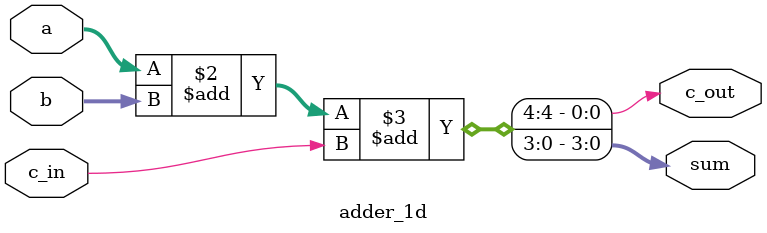
<source format=sv>
module adder_1d #(parameter N=4)
(output logic [N-1:0]sum , output logic c_out ,input logic [N-1:0] a,b ,input logic c_in);

always_comb

begin

{c_out,sum} = a+b+c_in;

end

endmodule

</source>
